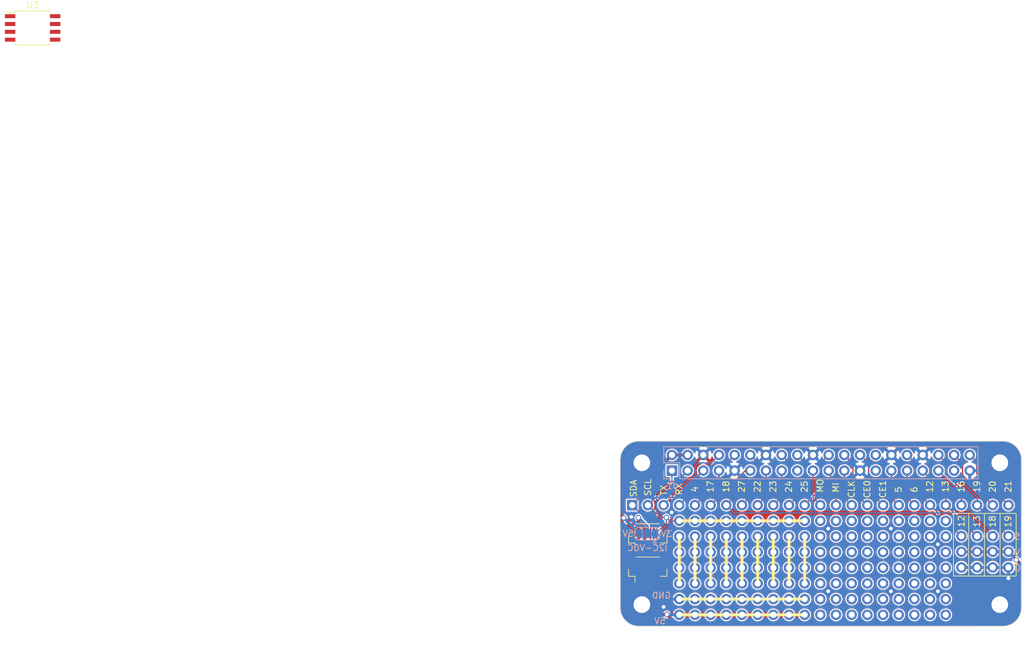
<source format=kicad_pcb>
(kicad_pcb (version 20221018) (generator pcbnew)
  (title_block (date "15 nov 2012"))
  (layers (0 "F.Cu" signal) (31 "B.Cu" signal) (34 "B.Paste" user) (35 "F.Paste" user) (36 "B.SilkS" user "B.Silkscreen") (37 "F.SilkS" user "F.Silkscreen") (38 "B.Mask" user) (39 "F.Mask" user) (44 "Edge.Cuts" user))
  (net 0 "")
  (net 1 "GND")
  (net 2 "/GPIO[2]{slash}SDA1")
  (net 3 "/GPIO[3]{slash}SCL1")
  (net 4 "/GPIO[4]{slash}GPCLK0")
  (net 5 "/GPIO[14]{slash}TXD0")
  (net 6 "/GPIO[15]{slash}RXD0")
  (net 7 "/GPIO[17]")
  (net 8 "/GPIO[18]{slash}PCM.CLK")
  (net 9 "/GPIO[27]")
  (net 10 "/GPIO[22]")
  (net 11 "/GPIO[23]")
  (net 12 "/GPIO26")
  (net 13 "/GPIO[24]")
  (net 14 "/GPIO[10]{slash}SPI0.MOSI")
  (net 15 "/GPIO[9]{slash}SPI0.MISO")
  (net 16 "/GPIO[25]")
  (net 17 "/GPIO[11]{slash}SPI0.SCLK")
  (net 18 "/GPIO[8]{slash}SPI0.CE0")
  (net 19 "/GPIO[7]{slash}SPI0.CE1")
  (net 20 "/ID_SDA")
  (net 21 "/ID_SCL")
  (net 22 "/GPIO[5]")
  (net 23 "/GPIO[6]")
  (net 24 "/GPIO[12]{slash}PWM0")
  (net 25 "/GPIO[13]{slash}PWM1")
  (net 26 "/GPIO[19]{slash}PCM.FS")
  (net 27 "/GPIO[16]")
  (net 28 "/GPIO[20]{slash}PCM.DIN")
  (net 29 "/GPIO[21]{slash}PCM.DOUT")
  (net 30 "+5V")
  (net 31 "+3V3")
  (net 32 "unconnected-(P1-Pin_1-Pad1)")
  (net 33 "unconnected-(P2-Pin_1-Pad1)")
  (net 34 "unconnected-(P3-Pin_1-Pad1)")
  (net 35 "unconnected-(P4-Pin_1-Pad1)")
  (net 36 "unconnected-(P5-Pin_1-Pad1)")
  (net 37 "unconnected-(P6-Pin_1-Pad1)")
  (net 38 "unconnected-(P7-Pin_1-Pad1)")
  (net 39 "unconnected-(P8-Pin_1-Pad1)")
  (net 40 "unconnected-(P9-Pin_1-Pad1)")
  (net 49 "/I2CVCC")
  (footprint "Mine2:ConnectedPads_01x04" (layer "F.Cu") (at 129.880337 93.066927 90)
    (fp_text reference "P9" hide)
    (fp_text value "Conn_01x01" hide)
  )
  (footprint "MountingHole:MountingHole_2.7mm_M2.5" (layer "F.Cu") (at 161.5 73.5)
    (fp_text reference "MH2" hide)
    (fp_text value "MountingHole_2.7mm_M2.5" hide)
  )
  (footprint "Connector_PinSocket_2.54mm:PinSocket_1x25_P2.54mm_Vertical" (layer "F.Cu") (at 101.940337 80.366927 90)
    (fp_text reference "J6" hide)
    (fp_text value "BO" hide)
  )
  (footprint "Connector_JST:JST_SH_BM04B-SRSS-TB_1x04-1MP_P1.00mm_Vertical" (layer "F.Cu") (at 104.445 85.395)
    (fp_text reference "J8" hide)
    (fp_text value "Conn_01x04_Female" hide)
  )
  (footprint "Mine2:ConnectedPads_01x04" (layer "F.Cu") (at 109.560337 93.066927 90)
    (fp_text reference "P1" hide)
    (fp_text value "Conn_01x01" hide)
  )
  (footprint "Mine2:NineConnectedPads" (layer "F.Cu") (at 109.560337 95.606927)
    (fp_text reference "J3" hide)
    (fp_text value "Conn_01x01" hide)
  )
  (footprint "Mine2:ConnectedPads_01x04" (layer "F.Cu") (at 114.640337 93.066927 90)
    (fp_text reference "P3" hide)
    (fp_text value "Conn_01x01" hide)
  )
  (footprint "Mine2:ConnectedPads_01x04" (layer "F.Cu") (at 119.720337 93.066927 90)
    (fp_text reference "P5" hide)
    (fp_text value "Conn_01x01" hide)
  )
  (footprint "Connector_JST:JST_SH_BM04B-SRSS-TB_1x04-1MP_P1.00mm_Vertical" (layer "F.Cu") (at 104.444747 90.799046)
    (fp_text reference "J9" hide)
    (fp_text value "Conn_01x04_Female" hide)
  )
  (footprint "Mine2:ConnectedPads_01x04" (layer "F.Cu") (at 112.100337 93.066927 90)
    (fp_text reference "P2" hide)
    (fp_text value "Conn_01x01" hide)
  )
  (footprint "Mine2:ConnectedPads_01x04" (layer "F.Cu") (at 122.260337 93.066927 90)
    (fp_text reference "P6" hide)
    (fp_text value "Conn_01x01" hide)
  )
  (footprint "Mine2:ProtoGrid_09x07" (layer "F.Cu") (at 132.420337 82.906927)
    (fp_text reference "REF**" hide)
    (fp_text value "ProtoGrid_09x07")
  )
  (footprint "MountingHole:MountingHole_2.7mm_M2.5" (layer "F.Cu") (at 103.5 96.5)
    (fp_text reference "MH3" hide)
    (fp_text value "MountingHole_2.7mm_M2.5" hide)
  )
  (footprint "Package_SO:SOIC-8W_5.3x5.3mm_P1.27mm" (layer "F.Cu") (at 4.775 2.975)
    (fp_text reference "U3")
    (fp_text value "ATtiny85-20S")
  )
  (footprint "MountingHole:MountingHole_2.7mm_M2.5" (layer "F.Cu") (at 103.5 73.5)
    (fp_text reference "MH1" hide)
    (fp_text value "MountingHole_2.7mm_M2.5" hide)
  )
  (footprint "Mine2:NineConnectedPads" (layer "F.Cu") (at 109.560337 82.906927)
    (fp_text reference "J4" hide)
    (fp_text value "Conn_01x01" hide)
  )
  (footprint "Mine2:FourServos" (layer "F.Cu") (at 162.900337 90.471869 180)
    (fp_text reference "U2" hide)
    (fp_text value "~" hide)
  )
  (footprint "MountingHole:MountingHole_2.7mm_M2.5" (layer "F.Cu") (at 161.5 96.5)
    (fp_text reference "MH4" hide)
    (fp_text value "MountingHole_2.7mm_M2.5" hide)
  )
  (footprint "Mine2:ConnectedPads_01x04" (layer "F.Cu") (at 117.180337 93.066927 90)
    (fp_text reference "P4" hide)
    (fp_text value "Conn_01x01" hide)
  )
  (footprint "Mine2:ConnectedPads_01x04" (layer "F.Cu") (at 127.340337 93.066927 90)
    (fp_text reference "P8" hide)
    (fp_text value "Conn_01x01" hide)
  )
  (footprint "Mine2:NineConnectedPads" (layer "F.Cu") (at 109.560337 98.146927)
    (fp_text reference "J2" hide)
    (fp_text value "Conn_01x01" hide)
  )
  (footprint "Mine2:ConnectedPads_01x04" (layer "F.Cu") (at 124.800337 93.066927 90)
    (fp_text reference "P7" hide)
    (fp_text value "Conn_01x01" hide)
  )
  (footprint "Connector_PinSocket_2.54mm:PinSocket_2x20_P2.54mm_Vertical" (layer "B.Cu") (at 108.37 74.77 -90)
    (fp_text reference "J1")
    (fp_text value "GPIO")
  )
  (footprint "Jumper:SolderJumper-3_P1.3mm_Bridged12_RoundedPad1.0x1.5mm" (layer "B.Cu") (at 104.391925 84.99344 180)
    (fp_text reference "JP2" hide)
    (fp_text value "SolderJumper_3_Bridged12")
  )
  (gr_line (start 153.994628 81.705688) (end 164.154628 81.705688) (stroke (width 0.12)) (layer "F.SilkS"))
  (gr_line (start 164.154628 91.865688) (end 153.994628 91.865688) (stroke (width 0.12)) (layer "F.SilkS"))
  (gr_line (start 161.543334 81.7204) (end 161.543334 91.8804) (stroke (width 0.12)) (layer "F.SilkS"))
  (gr_line (start 164.154628 81.705688) (end 164.154628 91.865688) (stroke (width 0.12)) (layer "F.SilkS"))
  (gr_line (start 153.994628 91.865688) (end 153.994628 81.705688) (stroke (width 0.12)) (layer "F.SilkS"))
  (gr_line (start 159.003334 81.7204) (end 159.003334 91.8804) (stroke (width 0.12)) (layer "F.SilkS"))
  (gr_line (start 156.463334 81.7204) (end 156.463334 91.8804) (stroke (width 0.12)) (layer "F.SilkS"))
  (gr_arc (start 162 70) (mid 164.12132 70.87868) (end 165 73) (stroke (width 0.1)) (layer "Edge.Cuts"))
  (gr_line (start 165 97) (end 165 73) (stroke (width 0.1)) (layer "Edge.Cuts"))
  (gr_line (start 100 73) (end 100 97) (stroke (width 0.1)) (layer "Edge.Cuts"))
  (gr_arc (start 103 100) (mid 100.87868 99.12132) (end 100 97) (stroke (width 0.1)) (layer "Edge.Cuts"))
  (gr_line (start 103 100) (end 162 100) (stroke (width 0.1)) (layer "Edge.Cuts"))
  (gr_arc (start 165 97) (mid 164.12132 99.12132) (end 162 100) (stroke (width 0.1)) (layer "Edge.Cuts"))
  (gr_arc (start 100 73) (mid 100.87868 70.87868) (end 103 70) (stroke (width 0.1)) (layer "Edge.Cuts"))
  (gr_line (start 162 70) (end 103 70) (stroke (width 0.1)) (layer "Edge.Cuts"))
  (gr_text "GND" (at 108.290337 95.606927) (layer "B.SilkS") (effects (font (size 1 1)) (justify left bottom mirror)))
  (gr_text "S" (at 164.873996 86.027925) (layer "B.SilkS") (effects (font (size 1 1)) (justify left bottom mirror)))
  (gr_text "G" (at 165.00254 91.166909) (layer "B.SilkS") (effects (font (size 1 1)) (justify left bottom mirror)))
  (gr_text "V" (at 164.889566 88.609589) (layer "B.SilkS") (effects (font (size 1 1)) (justify left bottom mirror)))
  (gr_text "I2C-VCC" (at 107.76098 87.882069) (layer "B.SilkS") (effects (font (size 1 1)) (justify left bottom mirror)))
  (gr_text "5V" (at 107.433152 99.741341) (layer "B.SilkS") (effects (font (size 1 1)) (justify left bottom mirror)))
  (gr_text "5V" (at 102.265096 85.562625) (layer "B.SilkS") (effects (font (size 1 1)) (justify left bottom mirror)))
  (gr_text "3V" (at 108.486442 85.605063) (layer "B.SilkS") (effects (font (size 1 1)) (justify left bottom mirror)))
  (gr_text "CLK" (at 137.465 77.775 90) (layer "F.SilkS") (effects (font (size 1 1))))
  (gr_text "17" (at 114.605 78.41 90) (layer "F.SilkS") (effects (font (size 1 1)) (justify left)))
  (gr_text "23" (at 124.765 78.41 90) (layer "F.SilkS") (effects (font (size 1 1)) (justify left)))
  (gr_text "12" (at 150.165 78.41 90) (layer "F.SilkS") (effects (font (size 1 1)) (justify left)))
  (gr_text "24" (at 127.305 78.41 90) (layer "F.SilkS") (effects (font (size 1 1)) (justify left)))
  (gr_text "25" (at 129.845 78.41 90) (layer "F.SilkS") (effects (font (size 1 1)) (justify left)))
  (gr_text "CE1" (at 142.545 77.775 90) (layer "F.SilkS") (effects (font (size 1 1))))
  (gr_text "5" (at 145.085 78.41 90) (layer "F.SilkS") (effects (font (size 1 1)) (justify left)))
  (gr_text "CE0" (at 140.005 77.775 90) (layer "F.SilkS") (effects (font (size 1 1))))
  (gr_text "12" (at 155.287134 84.027037 90) (layer "F.SilkS") (effects (font (size 1 1)) (justify left)))
  (gr_text "SCL" (at 104.479365 77.490534 90) (layer "F.SilkS") (effects (font (size 1 1))))
  (gr_text "18" (at 160.318945 84.062062 90) (layer "F.SilkS") (effects (font (size 1 1)) (justify left)))
  (gr_text "16" (at 155.245 78.41 90) (layer "F.SilkS") (effects (font (size 1 1)) (justify left)))
  (gr_text "6" (at 147.625 78.41 90) (layer "F.SilkS") (effects (font (size 1 1)) (justify left)))
  (gr_text "MO" (at 132.385 78.41 90) (layer "F.SilkS") (effects (font (size 1 1)) (justify left)))
  (gr_text "19" (at 162.840688 84.073736 90) (layer "F.SilkS") (effects (font (size 1 1)) (justify left)))
  (gr_text "TX" (at 107.05048 77.952531 90) (layer "F.SilkS") (effects (font (size 1 1))))
  (gr_text "19" (at 157.785 78.41 90) (layer "F.SilkS") (effects (font (size 1 1)) (justify left)))
  (gr_text "27" (at 119.685 78.41 90) (layer "F.SilkS") (effects (font (size 1 1)) (justify left)))
  (gr_text "13" (at 152.705 78.41 90) (layer "F.SilkS") (effects (font (size 1 1)) (justify left)))
  (gr_text "MI" (at 134.925 78.41 90) (layer "F.SilkS") (effects (font (size 1 1)) (justify left)))
  (gr_text "18" (at 117.145 78.41 90) (layer "F.SilkS") (effects (font (size 1 1)) (justify left)))
  (gr_text "RX" (at 109.525 77.775 90) (layer "F.SilkS") (effects (font (size 1 1))))
  (gr_text "21" (at 162.865 78.41 90) (layer "F.SilkS") (effects (font (size 1 1)) (justify left)))
  (gr_text "SDA" (at 102.149291 77.651229 90) (layer "F.SilkS") (effects (font (size 1 1))))
  (gr_text "4" (at 112.065 77.775 90) (layer "F.SilkS") (effects (font (size 1 1))))
  (gr_text "20" (at 160.325 78.41 90) (layer "F.SilkS") (effects (font (size 1 1)) (justify left)))
  (gr_text "22" (at 122.225 78.41 90) (layer "F.SilkS") (effects (font (size 1 1)) (justify left)))
  (gr_text "13" (at 157.785528 84.062062 90) (layer "F.SilkS") (effects (font (size 1 1)) (justify left)))
  (segment (start 113.45 72.23) (end 113.390071 72.23) (width 0.2) (layer "F.Cu") (net 1))
  (via (at 143.850337 84.176927) (size 0.9) (drill 0.6) (layers "F.Cu" "B.Cu") (net 1))
  (via (at 151.470337 86.716927) (size 0.9) (drill 0.6) (layers "F.Cu" "B.Cu") (net 1))
  (via (at 108.327288 81.54255) (size 0.9) (drill 0.6) (layers "F.Cu" "B.Cu") (net 1))
  (via (at 143.850337 94.336927) (size 0.9) (drill 0.6) (layers "F.Cu" "B.Cu") (net 1))
  (via (at 107.020337 96.876927) (size 0.9) (drill 0.6) (layers "F.Cu" "B.Cu") (net 1))
  (via (at 133.690337 84.176927) (size 0.9) (drill 0.6) (layers "F.Cu" "B.Cu") (net 1))
  (via (at 101.767049 82.260249) (size 0.9) (drill 0.6) (layers "F.Cu" "B.Cu") (net 1))
  (via (at 133.690337 94.336927) (size 0.9) (drill 0.6) (layers "F.Cu" "B.Cu") (net 1))
  (via (at 162.900337 92.231807) (size 0.9) (drill 0.6) (layers "F.Cu" "B.Cu") (net 1))
  (via (at 151.470337 94.336927) (size 0.9) (drill 0.6) (layers "F.Cu" "B.Cu") (net 1))
  (segment (start 155.245 90.475) (end 157.785 90.475) (width 0.5) (layer "B.Cu") (net 1))
  (segment (start 108.290337 95.606927) (end 107.020337 96.876927) (width 0.5) (layer "B.Cu") (net 1))
  (segment (start 129.880337 95.606927) (end 127.340337 95.606927) (width 0.5) (layer "B.Cu") (net 1))
  (segment (start 117.180337 95.606927) (end 114.640337 95.606927) (width 0.5) (layer "B.Cu") (net 1))
  (segment (start 160.325 90.475) (end 157.785 90.475) (width 0.5) (layer "B.Cu") (net 1))
  (segment (start 160.325 90.475) (end 162.865 90.475) (width 0.5) (layer "B.Cu") (net 1))
  (segment (start 114.640337 95.606927) (end 112.100337 95.606927) (width 0.5) (layer "B.Cu") (net 1))
  (segment (start 112.100337 95.606927) (end 109.560337 95.606927) (width 0.5) (layer "B.Cu") (net 1))
  (segment (start 124.800337 95.606927) (end 122.260337 95.606927) (width 0.5) (layer "B.Cu") (net 1))
  (segment (start 127.340337 95.606927) (end 124.800337 95.606927) (width 0.5) (layer "B.Cu") (net 1))
  (segment (start 119.720337 95.606927) (end 117.180337 95.606927) (width 0.5) (layer "B.Cu") (net 1))
  (segment (start 109.560337 95.606927) (end 108.290337 95.606927) (width 0.5) (layer "B.Cu") (net 1))
  (segment (start 122.260337 95.606927) (end 119.720337 95.606927) (width 0.5) (layer "B.Cu") (net 1))
  (segment (start 162.900337 90.471869) (end 162.900337 92.231807) (width 0.5) (layer "B.Cu") (net 1))
  (segment (start 106.933073 76.556927) (end 109.123073 76.556927) (width 0.2) (layer "F.Cu") (net 2))
  (segment (start 109.123073 76.556927) (end 110.91 74.77) (width 0.2) (layer "F.Cu") (net 2))
  (segment (start 103.897264 78.41) (end 105.08 78.41) (width 0.2) (layer "F.Cu") (net 2))
  (segment (start 101.940337 80.366927) (end 103.897264 78.41) (width 0.2) (layer "F.Cu") (net 2))
  (segment (start 104.945 86.72) (end 104.945 83.355) (width 0.2) (layer "F.Cu") (net 2))
  (segment (start 101.940337 80.366927) (end 101.940337 80.279663) (width 0.2) (layer "F.Cu") (net 2))
  (segment (start 104.944747 92.124046) (end 104.944747 86.720253) (width 0.2) (layer "F.Cu") (net 2))
  (segment (start 104.945 83.355) (end 101.956927 80.366927) (width 0.2) (layer "F.Cu") (net 2))
  (segment (start 104.944747 86.720253) (end 104.945 86.72) (width 0.2) (layer "F.Cu") (net 2))
  (segment (start 101.956927 80.366927) (end 101.940337 80.366927) (width 0.2) (layer "F.Cu") (net 2))
  (segment (start 105.08 78.41) (end 106.933073 76.556927) (width 0.2) (layer "F.Cu") (net 2))
  (segment (start 105.750337 82.906927) (end 105.750337 81.636927) (width 0.2) (layer "F.Cu") (net 3))
  (segment (start 105.945 83.10159) (end 105.750337 82.906927) (width 0.2) (layer "F.Cu") (net 3))
  (segment (start 105.750337 81.636927) (end 104.480337 80.366927) (width 0.2) (layer "F.Cu") (net 3))
  (segment (start 105.944747 86.720253) (end 105.945 86.72) (width 0.2) (layer "F.Cu") (net 3))
  (segment (start 105.750337 79.096927) (end 104.480337 80.366927) (width 0.2) (layer "F.Cu") (net 3))
  (segment (start 109.123073 79.096927) (end 105.750337 79.096927) (width 0.2) (layer "F.Cu") (net 3))
  (segment (start 105.944747 92.124046) (end 105.944747 86.720253) (width 0.2) (layer "F.Cu") (net 3))
  (segment (start 105.945 86.72) (end 105.945 83.10159) (width 0.2) (layer "F.Cu") (net 3))
  (segment (start 113.45 74.77) (end 109.123073 79.096927) (width 0.2) (layer "F.Cu") (net 3))
  (segment (start 112.100337 80.366927) (end 115.24 77.227264) (width 0.2) (layer "F.Cu") (net 4))
  (segment (start 115.24 77.14) (end 115.99 76.39) (width 0.2) (layer "F.Cu") (net 4))
  (segment (start 115.24 77.227264) (end 115.24 77.14) (width 0.2) (layer "F.Cu") (net 4))
  (segment (start 115.99 76.39) (end 115.99 74.77) (width 0.2) (layer "F.Cu") (net 4))
  (segment (start 114.716468 73.503532) (end 115.99 72.23) (width 0.2) (layer "B.Cu") (net 5))
  (segment (start 112.613732 73.503532) (end 114.716468 73.503532) (width 0.2) (layer "B.Cu") (net 5))
  (segment (start 107.020337 80.366927) (end 112.100337 75.286927) (width 0.2) (layer "B.Cu") (net 5))
  (segment (start 112.100337 75.286927) (end 112.100337 74.016927) (width 0.2) (layer "B.Cu") (net 5))
  (segment (start 112.100337 74.016927) (end 112.613732 73.503532) (width 0.2) (layer "B.Cu") (net 5))
  (segment (start 114.6 75.327264) (end 114.6 74.296283) (width 0.2) (layer "F.Cu") (net 6))
  (segment (start 109.560337 80.366927) (end 114.6 75.327264) (width 0.2) (layer "F.Cu") (net 6))
  (segment (start 115.406994 73.489289) (end 117.270711 73.489289) (width 0.2) (layer "F.Cu") (net 6))
  (segment (start 114.6 74.296283) (end 115.406994 73.489289) (width 0.2) (layer "F.Cu") (net 6))
  (segment (start 117.270711 73.489289) (end 118.53 72.23) (width 0.2) (layer "F.Cu") (net 6))
  (segment (start 120.237264 74.77) (end 121.07 74.77) (width 0.2) (layer "F.Cu") (net 7))
  (segment (start 114.640337 80.366927) (end 120.237264 74.77) (width 0.2) (layer "F.Cu") (net 7))
  (segment (start 117.180337 80.366927) (end 122.22 75.327264) (width 0.2) (layer "F.Cu") (net 8))
  (segment (start 122.22 75.327264) (end 122.22 73.38) (width 0.2) (layer "F.Cu") (net 8))
  (segment (start 122.22 73.38) (end 121.07 72.23) (width 0.2) (layer "F.Cu") (net 8))
  (segment (start 118.450337 81.636927) (end 117.180337 80.366927) (width 0.2) (layer "B.Cu") (net 8))
  (segment (start 156.605395 81.636927) (end 118.450337 81.636927) (width 0.2) (layer "B.Cu") (net 8))
  (segment (start 160.360337 85.391869) (end 156.605395 81.636927) (width 0.2) (layer "B.Cu") (net 8))
  (segment (start 122.86 77.227264) (end 122.86 77.14) (width 0.2) (layer "F.Cu") (net 9))
  (segment (start 123.61 76.39) (end 123.61 74.77) (width 0.2) (layer "F.Cu") (net 9))
  (segment (start 122.86 77.14) (end 123.61 76.39) (width 0.2) (layer "F.Cu") (net 9))
  (segment (start 119.720337 80.366927) (end 122.86 77.227264) (width 0.2) (layer "F.Cu") (net 9))
  (segment (start 126.15 76.477264) (end 126.15 74.77) (width 0.2) (layer "F.Cu") (net 10))
  (segment (start 122.260337 80.366927) (end 126.15 76.477264) (width 0.2) (layer "F.Cu") (net 10))
  (segment (start 127.3 77.867264) (end 127.3 73.38) (width 0.2) (layer "F.Cu") (net 11))
  (segment (start 127.3 73.38) (end 126.15 72.23) (width 0.2) (layer "F.Cu") (net 11))
  (segment (start 124.800337 80.366927) (end 127.3 77.867264) (width 0.2) (layer "F.Cu") (net 11))
  (segment (start 129.84 73.38) (end 128.69 72.23) (width 0.2) (layer "F.Cu") (net 13))
  (segment (start 129.84 77.867264) (end 129.84 73.38) (width 0.2) (layer "F.Cu") (net 13))
  (segment (start 127.340337 80.366927) (end 129.84 77.867264) (width 0.2) (layer "F.Cu") (net 13))
  (segment (start 132.420337 80.366927) (end 131.23 79.17659) (width 0.2) (layer "B.Cu") (net 14))
  (segment (start 131.23 79.17659) (end 131.23 74.77) (width 0.2) (layer "B.Cu") (net 14))
  (segment (start 133.77 75.35) (end 133.77 74.77) (width 0.2) (layer "F.Cu") (net 15))
  (segment (start 134.960337 76.540337) (end 133.77 75.35) (width 0.2) (layer "F.Cu") (net 15))
  (segment (start 134.960337 80.366927) (end 134.960337 76.540337) (width 0.2) (layer "F.Cu") (net 15))
  (segment (start 132.62 77.627264) (end 132.62 73.38) (width 0.2) (layer "F.Cu") (net 16))
  (segment (start 132.62 73.38) (end 133.77 72.23) (width 0.2) (layer "F.Cu") (net 16))
  (segment (start 129.880337 80.366927) (end 132.62 77.627264) (width 0.2) (layer "F.Cu") (net 16))
  (segment (start 137.500337 80.366927) (end 136.31 79.17659) (width 0.2) (layer "F.Cu") (net 17))
  (segment (start 136.31 79.17659) (end 136.31 74.77) (width 0.2) (layer "F.Cu") (net 17))
  (segment (start 137.7 73.62) (end 136.31 72.23) (width 0.2) (layer "F.Cu") (net 18))
  (segment (start 140.040337 80.366927) (end 137.7 78.02659) (width 0.2) (layer "F.Cu") (net 18))
  (segment (start 137.7 78.02659) (end 137.7 73.62) (width 0.2) (layer "F.Cu") (net 18))
  (segment (start 140.24 73.62) (end 138.85 72.23) (width 0.2) (layer "F.Cu") (net 19))
  (segment (start 142.580337 80.366927) (end 140.24 78.02659) (width 0.2) (layer "F.Cu") (net 19))
  (segment (start 140.24 78.02659) (end 140.24 73.62) (width 0.2) (layer "F.Cu") (net 19))
  (segment (start 143.93 79.17659) (end 143.93 74.77) (width 0.2) (layer "F.Cu") (net 22))
  (segment (start 145.120337 80.366927) (end 143.93 79.17659) (width 0.2) (layer "F.Cu") (net 22))
  (segment (start 147.660337 80.366927) (end 146.47 79.17659) (width 0.2) (layer "F.Cu") (net 23))
  (segment (start 146.47 79.17659) (end 146.47 74.77) (width 0.2) (layer "F.Cu") (net 23))
  (segment (start 154.095 84.245) (end 151.911346 84.245) (width 0.2) (layer "F.Cu") (net 24))
  (segment (start 151.470337 83.803991) (end 151.470337 81.636927) (width 0.2) (layer "F.Cu") (net 24))
  (segment (start 147.86 73.62) (end 146.47 72.23) (width 0.2) (layer "F.Cu") (net 24))
  (segment (start 147.86 78.02659) (end 147.86 73.62) (width 0.2) (layer "F.Cu") (net 24))
  (segment (start 155.245 85.395) (end 154.095 84.245) (width 0.2) (layer "F.Cu") (net 24))
  (segment (start 151.911346 84.245) (end 151.470337 83.803991) (width 0.2) (layer "F.Cu") (net 24))
  (segment (start 150.200337 80.366927) (end 147.86 78.02659) (width 0.2) (layer "F.Cu") (net 24))
  (segment (start 151.470337 81.636927) (end 150.200337 80.366927) (width 0.2) (layer "F.Cu") (net 24))
  (segment (start 152.756927 80.366927) (end 152.740337 80.366927) (width 0.2) (layer "F.Cu") (net 25))
  (segment (start 152.740337 78.500337) (end 149.01 74.77) (width 0.2) (layer "F.Cu") (net 25))
  (segment (start 157.785 85.395) (end 152.756927 80.366927) (width 0.2) (layer "F.Cu") (net 25))
  (segment (start 152.740337 80.366927) (end 152.740337 78.500337) (width 0.2) (layer "F.Cu") (net 25))
  (segment (start 162.865 85.395) (end 157.836927 80.366927) (width 0.2) (layer "F.Cu") (net 26))
  (segment (start 157.836927 80.366927) (end 157.820337 80.366927) (width 0.2) (layer "F.Cu") (net 26))
  (segment (start 153.92 77.14) (end 151.55 74.77) (width 0.2) (layer "B.Cu") (net 26))
  (segment (start 155.88 77.14) (end 153.92 77.14) (width 0.2) (layer "B.Cu") (net 26))
  (segment (start 157.820337 79.080337) (end 155.88 77.14) (width 0.2) (layer "B.Cu") (net 26))
  (segment (start 157.820337 80.366927) (end 157.820337 79.080337) (width 0.2) (layer "B.Cu") (net 26))
  (segment (start 155.280337 80.366927) (end 155.280337 77.810337) (width 0.2) (layer "F.Cu") (net 27))
  (segment (start 155.280337 77.810337) (end 152.7 75.23) (width 0.2) (layer "F.Cu") (net 27))
  (segment (start 152.7 75.23) (end 152.7 73.38) (width 0.2) (layer "F.Cu") (net 27))
  (segment (start 152.7 73.38) (end 151.55 72.23) (width 0.2) (layer "F.Cu") (net 27))
  (segment (start 160.360337 80.366927) (end 155.48 75.48659) (width 0.2) (layer "F.Cu") (net 28))
  (segment (start 155.48 73.62) (end 154.09 72.23) (width 0.2) (layer "F.Cu") (net 28))
  (segment (start 155.48 75.48659) (end 155.48 73.62) (width 0.2) (layer "F.Cu") (net 28))
  (segment (start 156.63 72.23) (end 157.78 73.38) (width 0.2) (layer "F.Cu") (net 29))
  (segment (start 157.78 75.24659) (end 162.900337 80.366927) (width 0.2) (layer "F.Cu") (net 29))
  (segment (start 157.78 73.38) (end 157.78 75.24659) (width 0.2) (layer "F.Cu") (net 29))
  (segment (start 101.27 77.14) (end 100.3 78.11) (width 0.5) (layer "F.Cu") (net 30))
  (segment (start 100.423342 91.226169) (end 100.423342 97.788959) (width 0.5) (layer "F.Cu") (net 30))
  (segment (start 108.37 72.23) (end 107.07 73.53) (width 0.5) (layer "F.Cu") (net 30))
  (segment (start 160.425217 93.131807) (end 163.27313 93.131807) (width 0.5) (layer "F.Cu") (net 30))
  (segment (start 100.3 82.18643) (end 100.543074 82.429504) (width 0.5) (layer "F.Cu") (net 30))
  (segment (start 158.42 98.73) (end 158.42 93.737264) (width 0.5) (layer "F.Cu") (net 30))
  (segment (start 101.940337 99.416927) (end 104.480337 99.416927) (width 0.5) (layer "F.Cu") (net 30))
  (segment (start 164.170337 89.256927) (end 164.170337 89.201869) (width 0.5) (layer "F.Cu") (net 30))
  (segment (start 164.658779 89.690311) (end 164.225395 89.256927) (width 0.5) (layer "F.Cu") (net 30))
  (segment (start 164.225395 89.256927) (end 164.170337 89.256927) (width 0.5) (layer "F.Cu") (net 30))
  (segment (start 109.164008 99.7) (end 157.45 99.7) (width 0.5) (layer "F.Cu") (net 30))
  (segment (start 103.897264 77.14) (end 101.27 77.14) (width 0.5) (layer "F.Cu") (net 30))
  (segment (start 110.91 72.23) (end 108.37 72.23) (width 0.5) (layer "F.Cu") (net 30))
  (segment (start 163.27313 93.131807) (end 164.658779 91.746158) (width 0.5) (layer "F.Cu") (net 30))
  (segment (start 160.360337 93.066927) (end 160.425217 93.131807) (width 0.5) (layer "F.Cu") (net 30))
  (segment (start 159.090337 93.066927) (end 160.360337 93.066927) (width 0.5) (layer "F.Cu") (net 30))
  (segment (start 100.423342 97.788959) (end 100.483075 97.959665) (width 0.5) (layer "F.Cu") (net 30))
  (segment (start 100.3 82.672578) (end 100.3 91.102827) (width 0.5) (layer "F.Cu") (net 30))
  (segment (start 105.801188 98.096076) (end 107.560084 98.096076) (width 0.5) (layer "F.Cu") (net 30))
  (segment (start 100.483075 97.959665) (end 101.940337 99.416927) (width 0.5) (layer "F.Cu") (net 30))
  (segment (start 158.42 93.737264) (end 159.090337 93.066927) (width 0.5) (layer "F.Cu") (net 30))
  (segment (start 100.543074 82.429504) (end 100.3 82.672578) (width 0.5) (layer "F.Cu") (net 30))
  (segment (start 157.45 99.7) (end 158.42 98.73) (width 0.5) (layer "F.Cu") (net 30))
  (segment (start 104.480337 99.416927) (end 105.801188 98.096076) (width 0.5) (layer "F.Cu") (net 30))
  (segment (start 100.3 91.102827) (end 100.423342 91.226169) (width 0.5) (layer "F.Cu") (net 30))
  (segment (start 107.07 73.967264) (end 103.897264 77.14) (width 0.5) (layer "F.Cu") (net 30))
  (segment (start 164.658779 91.746158) (end 164.658779 89.690311) (width 0.5) (layer "F.Cu") (net 30))
  (segment (start 107.07 73.53) (end 107.07 73.967264) (width 0.5) (layer "F.Cu") (net 30))
  (segment (start 100.3 78.11) (end 100.3 82.18643) (width 0.5) (layer "F.Cu") (net 30))
  (segment (start 107.560084 98.096076) (end 109.164008 99.7) (width 0.5) (layer "F.Cu") (net 30))
  (segment (start 107.62 98.03616) (end 107.560084 98.096076) (width 0.5) (layer "F.Cu") (net 30))
  (via (at 107.560084 98.096076) (size 0.9) (drill 0.6) (layers "F.Cu" "B.Cu") (net 30))
  (via (at 100.543074 82.429504) (size 0.9) (drill 0.6) (layers "F.Cu" "B.Cu") (net 30))
  (via (at 164.170337 89.256927) (size 0.9) (drill 0.6) (layers "F.Cu" "B.Cu") (net 30))
  (segment (start 112.100337 98.146927) (end 109.560337 98.146927) (width 0.5) (layer "B.Cu") (net 30))
  (segment (start 127.340337 98.146927) (end 124.800337 98.146927) (width 0.5) (layer "B.Cu") (net 30))
  (segment (start 100.543074 82.429504) (end 100.543074 82.444589) (width 0.5) (layer "B.Cu") (net 30))
  (segment (start 160.325 87.935) (end 162.865 87.935) (width 0.5) (layer "B.Cu") (net 30))
  (segment (start 129.880337 98.146927) (end 127.340337 98.146927) (width 0.5) (layer "B.Cu") (net 30))
  (segment (start 124.800337 98.146927) (end 122.260337 98.146927) (width 0.5) (layer "B.Cu") (net 30))
  (segment (start 164.170337 89.201869) (end 162.900337 87.931869) (width 0.5) (layer "B.Cu") (net 30))
  (segment (start 155.245 87.935) (end 157.785 87.935) (width 0.5) (layer "B.Cu") (net 30))
  (segment (start 117.180337 98.146927) (end 114.640337 98.146927) (width 0.5) (layer "B.Cu") (net 30))
  (segment (start 114.640337 98.146927) (end 112.100337 98.146927) (width 0.5) (layer "B.Cu") (net 30))
  (segment (start 119.720337 98.146927) (end 117.180337 98.146927) (width 0.5) (layer "B.Cu") (net 30))
  (segment (start 107.610935 98.146927) (end 107.560084 98.096076) (width 0.2) (layer "B.Cu") (net 30))
  (segment (start 100.543074 82.444589) (end 103.091925 84.99344) (width 0.5) (layer "B.Cu") (net 30))
  (segment (start 122.260337 98.146927) (end 119.720337 98.146927) (width 0.5) (layer "B.Cu") (net 30))
  (segment (start 109.560337 98.146927) (end 107.610935 98.146927) (width 0.5) (layer "B.Cu") (net 30))
  (segment (start 157.785 87.935) (end 160.325 87.935) (width 0.5) (layer "B.Cu") (net 30))
  (via (at 107.47704 82.362648) (size 0.9) (drill 0.6) (layers "F.Cu" "B.Cu") (net 31))
  (segment (start 114.640337 82.906927) (end 117.180337 82.906927) (width 0.2) (layer "B.Cu") (net 31))
  (segment (start 109.560337 82.906927) (end 112.100337 82.906927) (width 0.2) (layer "B.Cu") (net 31))
  (segment (start 107.47704 82.362648) (end 106.596058 82.362648) (width 0.2) (layer "B.Cu") (net 31))
  (segment (start 108.37 76.477264) (end 108.37 74.77) (width 0.2) (layer "B.Cu") (net 31))
  (segment (start 106.596058 82.362648) (end 105.870337 81.636927) (width 0.2) (layer "B.Cu") (net 31))
  (segment (start 127.340337 82.906927) (end 129.880337 82.906927) (width 0.2) (layer "B.Cu") (net 31))
  (segment (start 112.100337 82.906927) (end 114.640337 82.906927) (width 0.2) (layer "B.Cu") (net 31))
  (segment (start 109.560337 82.906927) (end 108.021319 82.906927) (width 0.2) (layer "B.Cu") (net 31))
  (segment (start 107.47704 83.720224) (end 107.020337 84.176927) (width 0.2) (layer "B.Cu") (net 31))
  (segment (start 107.389712 82.362648) (end 107.47704 82.362648) (width 0.2) (layer "B.Cu") (net 31))
  (segment (start 107.47704 82.362648) (end 107.47704 83.720224) (width 0.2) (layer "B.Cu") (net 31))
  (segment (start 107.020337 84.176927) (end 106.508438 84.176927) (width 0.2) (layer "B.Cu") (net 31))
  (segment (start 108.021319 82.906927) (end 107.47704 82.362648) (width 0.2) (layer "B.Cu") (net 31))
  (segment (start 106.508438 84.176927) (end 105.691925 84.99344) (width 0.2) (layer "B.Cu") (net 31))
  (segment (start 122.260337 82.906927) (end 124.800337 82.906927) (width 0.2) (layer "B.Cu") (net 31))
  (segment (start 124.800337 82.906927) (end 127.340337 82.906927) (width 0.2) (layer "B.Cu") (net 31))
  (segment (start 105.870337 78.976927) (end 108.37 76.477264) (width 0.2) (layer "B.Cu") (net 31))
  (segment (start 117.180337 82.906927) (end 119.720337 82.906927) (width 0.2) (layer "B.Cu") (net 31))
  (segment (start 119.720337 82.906927) (end 122.260337 82.906927) (width 0.2) (layer "B.Cu") (net 31))
  (segment (start 105.870337 81.636927) (end 105.870337 78.976927) (width 0.2) (layer "B.Cu") (net 31))
  (segment (start 109.525 87.935) (end 109.525 90.475) (width 0.2) (layer "B.Cu") (net 32))
  (segment (start 109.525 85.395) (end 109.525 87.935) (width 0.2) (layer "B.Cu") (net 32))
  (segment (start 109.525 90.475) (end 109.525 93.015) (width 0.2) (layer "B.Cu") (net 32))
  (segment (start 112.065 90.475) (end 112.065 93.015) (width 0.2) (layer "B.Cu") (net 33))
  (segment (start 112.065 85.395) (end 112.065 87.935) (width 0.2) (layer "B.Cu") (net 33))
  (segment (start 112.065 87.935) (end 112.065 90.475) (width 0.2) (layer "B.Cu") (net 33))
  (segment (start 114.605 90.475) (end 114.605 93.015) (width 0.2) (layer "B.Cu") (net 34))
  (segment (start 114.605 87.935) (end 114.605 90.475) (width 0.2) (layer "B.Cu") (net 34))
  (segment (start 114.605 85.395) (end 114.605 87.935) (width 0.2) (layer "B.Cu") (net 34))
  (segment (start 117.145 90.475) (end 117.145 93.015) (width 0.2) (layer "B.Cu") (net 35))
  (segment (start 117.145 87.935) (end 117.145 90.475) (width 0.2) (layer "B.Cu") (net 35))
  (segment (start 117.145 85.395) (end 117.145 87.935) (width 0.2) (layer "B.Cu") (net 35))
  (segment (start 119.685 85.395) (end 119.685 87.935) (width 0.2) (layer "B.Cu") (net 36))
  (segment (start 119.685 90.475) (end 119.685 93.015) (width 0.2) (layer "B.Cu") (net 36))
  (segment (start 119.685 87.935) (end 119.685 90.475) (width 0.2) (layer "B.Cu") (net 36))
  (segment (start 122.225 85.395) (end 122.225 87.935) (width 0.2) (layer "B.Cu") (net 37))
  (segment (start 122.225 90.475) (end 122.225 93.015) (width 0.2) (layer "B.Cu") (net 37))
  (segment (start 122.225 87.935) (end 122.225 90.475) (width 0.2) (layer "B.Cu") (net 37))
  (segment (start 124.765 87.935) (end 124.765 90.475) (width 0.2) (layer "B.Cu") (net 38))
  (segment (start 124.765 90.475) (end 124.765 93.015) (width 0.2) (layer "B.Cu") (net 38))
  (segment (start 124.765 85.395) (end 124.765 87.935) (width 0.2) (layer "B.Cu") (net 38))
  (segment (start 127.305 87.935) (end 127.305 90.475) (width 0.2) (layer "B.Cu") (net 39))
  (segment (start 127.305 85.395) (end 127.305 87.935) (width 0.2) (layer "B.Cu") (net 39))
  (segment (start 127.305 90.475) (end 127.305 93.015) (width 0.2) (layer "B.Cu") (net 39))
  (segment (start 129.845 87.935) (end 129.845 90.475) (width 0.2) (layer "B.Cu") (net 40))
  (segment (start 129.845 90.475) (end 129.845 93.015) (width 0.2) (layer "B.Cu") (net 40))
  (segment (start 129.845 85.395) (end 129.845 87.935) (width 0.2) (layer "B.Cu") (net 40))
  (segment (start 102.930133 82.400088) (end 102.930133 83.16206) (width 0.5) (layer "F.Cu") (net 49))
  (segment (start 103.944747 86.720253) (end 103.945 86.72) (width 0.2) (layer "F.Cu") (net 49))
  (segment (start 103.945 84.176927) (end 103.945 86.72) (width 0.5) (layer "F.Cu") (net 49))
  (segment (start 103.944747 92.124046) (end 103.944747 86.720253) (width 0.5) (layer "F.Cu") (net 49))
  (segment (start 102.930133 83.16206) (end 103.945 84.176927) (width 0.5) (layer "F.Cu") (net 49))
  (via (at 102.930133 82.400088) (size 0.9) (drill 0.6) (layers "F.Cu" "B.Cu") (net 49))
  (segment (start 104.391925 84.99344) (end 104.391925 83.86188) (width 0.5) (layer "B.Cu") (net 49))
  (segment (start 104.391925 83.86188) (end 102.930133 82.400088) (width 0.5) (layer "B.Cu") (net 49))
  (zone locked (net 0) (net_name "") (layers "F&B.Cu") (name "NoFillCircle") (connect_pads (clearance 0)) (min_thickness 0.25)
    (keepout (tracks allowed) (vias allowed) (pads allowed) (copperpour not_allowed) (footprints allowed))
    (fill (thermal_gap 0.5) (thermal_bridge_width 0.5))
    (polygon (pts (xy 130.982617 95.616908) (xy 130.963887 95.414784) (xy 130.908336 95.219542) (xy 130.817856 95.037833) (xy 130.695527 94.875843) (xy 130.545515 94.739089) (xy 130.372929 94.632228) (xy 130.183646 94.5589) (xy 129.984112 94.5216) (xy 129.781122 94.5216) (xy 129.581588 94.5589) (xy 129.392305 94.632228) (xy 129.219719 94.739089) (xy 129.069707 94.875843) (xy 128.947378 95.037833) (xy 128.856898 95.219542) (xy 128.801347 95.414784) (xy 128.782617 95.616908) (xy 128.801347 95.819032) (xy 128.856898 96.014274) (xy 128.947378 96.195983) (xy 129.069707 96.357973) (xy 129.219719 96.494727) (xy 129.392305 96.601588) (xy 129.581588 96.674916) (xy 129.781122 96.712216) (xy 129.984112 96.712216) (xy 130.183646 96.674916) (xy 130.372929 96.601588) (xy 130.545515 96.494727) (xy 130.695527 96.357973) (xy 130.817856 96.195983) (xy 130.908336 96.014274) (xy 130.963887 95.819032) (xy 130.982617 95.616908)))
  )
  (zone locked (net 0) (net_name "") (layers "F&B.Cu") (name "NoFillCircle") (connect_pads (clearance 0)) (min_thickness 0.25)
    (keepout (tracks allowed) (vias allowed) (pads allowed) (copperpour not_allowed) (footprints allowed))
    (fill (thermal_gap 0.5) (thermal_bridge_width 0.5))
    (polygon (pts (xy 115.742617 95.616908) (xy 115.723887 95.414784) (xy 115.668336 95.219542) (xy 115.577856 95.037833) (xy 115.455527 94.875843) (xy 115.305515 94.739089) (xy 115.132929 94.632228) (xy 114.943646 94.5589) (xy 114.744112 94.5216) (xy 114.541122 94.5216) (xy 114.341588 94.5589) (xy 114.152305 94.632228) (xy 113.979719 94.739089) (xy 113.829707 94.875843) (xy 113.707378 95.037833) (xy 113.616898 95.219542) (xy 113.561347 95.414784) (xy 113.542617 95.616908) (xy 113.561347 95.819032) (xy 113.616898 96.014274) (xy 113.707378 96.195983) (xy 113.829707 96.357973) (xy 113.979719 96.494727) (xy 114.152305 96.601588) (xy 114.341588 96.674916) (xy 114.541122 96.712216) (xy 114.744112 96.712216) (xy 114.943646 96.674916) (xy 115.132929 96.601588) (xy 115.305515 96.494727) (xy 115.455527 96.357973) (xy 115.577856 96.195983) (xy 115.668336 96.014274) (xy 115.723887 95.819032) (xy 115.742617 95.616908)))
  )
  (zone locked (net 0) (net_name "") (layers "F&B.Cu") (name "NoFillCircle") (connect_pads (clearance 0)) (min_thickness 0.25)
    (keepout (tracks allowed) (vias allowed) (pads allowed) (copperpour not_allowed) (footprints allowed))
    (fill (thermal_gap 0.5) (thermal_bridge_width 0.5))
    (polygon (pts (xy 123.362617 95.616908) (xy 123.343887 95.414784) (xy 123.288336 95.219542) (xy 123.197856 95.037833) (xy 123.075527 94.875843) (xy 122.925515 94.739089) (xy 122.752929 94.632228) (xy 122.563646 94.5589) (xy 122.364112 94.5216) (xy 122.161122 94.5216) (xy 121.961588 94.5589) (xy 121.772305 94.632228) (xy 121.599719 94.739089) (xy 121.449707 94.875843) (xy 121.327378 95.037833) (xy 121.236898 95.219542) (xy 121.181347 95.414784) (xy 121.162617 95.616908) (xy 121.181347 95.819032) (xy 121.236898 96.014274) (xy 121.327378 96.195983) (xy 121.449707 96.357973) (xy 121.599719 96.494727) (xy 121.772305 96.601588) (xy 121.961588 96.674916) (xy 122.161122 96.712216) (xy 122.364112 96.712216) (xy 122.563646 96.674916) (xy 122.752929 96.601588) (xy 122.925515 96.494727) (xy 123.075527 96.357973) (xy 123.197856 96.195983) (xy 123.288336 96.014274) (xy 123.343887 95.819032) (xy 123.362617 95.616908)))
  )
  (zone locked (net 0) (net_name "") (layers "F&B.Cu") (name "NoFillCircle") (connect_pads (clearance 0)) (min_thickness 0.25)
    (keepout (tracks allowed) (vias allowed) (pads allowed) (copperpour not_allowed) (footprints allowed))
    (fill (thermal_gap 0.5) (thermal_bridge_width 0.5))
    (polygon (pts (xy 113.202617 95.616908) (xy 113.183887 95.414784) (xy 113.128336 95.219542) (xy 113.037856 95.037833) (xy 112.915527 94.875843) (xy 112.765515 94.739089) (xy 112.592929 94.632228) (xy 112.403646 94.5589) (xy 112.204112 94.5216) (xy 112.001122 94.5216) (xy 111.801588 94.5589) (xy 111.612305 94.632228) (xy 111.439719 94.739089) (xy 111.289707 94.875843) (xy 111.167378 95.037833) (xy 111.076898 95.219542) (xy 111.021347 95.414784) (xy 111.002617 95.616908) (xy 111.021347 95.819032) (xy 111.076898 96.014274) (xy 111.167378 96.195983) (xy 111.289707 96.357973) (xy 111.439719 96.494727) (xy 111.612305 96.601588) (xy 111.801588 96.674916) (xy 112.001122 96.712216) (xy 112.204112 96.712216) (xy 112.403646 96.674916) (xy 112.592929 96.601588) (xy 112.765515 96.494727) (xy 112.915527 96.357973) (xy 113.037856 96.195983) (xy 113.128336 96.014274) (xy 113.183887 95.819032) (xy 113.202617 95.616908)))
  )
  (zone (net 1) (net_name "GND") (layers "F&B.Cu") (connect_pads (clearance 0)) (min_thickness 0.25) (fill yes (thermal_gap 0.5) (thermal_bridge_width 0.5))
    (polygon (pts (xy 99.400337 68.936927) (xy 165.440337 68.936927) (xy 165.440337 100.686927) (xy 99.400337 100.686927)))
  )
  (zone locked (net 0) (net_name "") (layers "F&B.Cu") (name "NoFillCircle") (connect_pads (clearance 0)) (min_thickness 0.25)
    (keepout (tracks allowed) (vias allowed) (pads allowed) (copperpour not_allowed) (footprints allowed))
    (fill (thermal_gap 0.5) (thermal_bridge_width 0.5))
    (polygon (pts (xy 118.282617 95.616908) (xy 118.263887 95.414784) (xy 118.208336 95.219542) (xy 118.117856 95.037833) (xy 117.995527 94.875843) (xy 117.845515 94.739089) (xy 117.672929 94.632228) (xy 117.483646 94.5589) (xy 117.284112 94.5216) (xy 117.081122 94.5216) (xy 116.881588 94.5589) (xy 116.692305 94.632228) (xy 116.519719 94.739089) (xy 116.369707 94.875843) (xy 116.247378 95.037833) (xy 116.156898 95.219542) (xy 116.101347 95.414784) (xy 116.082617 95.616908) (xy 116.101347 95.819032) (xy 116.156898 96.014274) (xy 116.247378 96.195983) (xy 116.369707 96.357973) (xy 116.519719 96.494727) (xy 116.692305 96.601588) (xy 116.881588 96.674916) (xy 117.081122 96.712216) (xy 117.284112 96.712216) (xy 117.483646 96.674916) (xy 117.672929 96.601588) (xy 117.845515 96.494727) (xy 117.995527 96.357973) (xy 118.117856 96.195983) (xy 118.208336 96.014274) (xy 118.263887 95.819032) (xy 118.282617 95.616908)))
  )
  (zone locked (net 0) (net_name "") (layers "F&B.Cu") (name "NoFillCircle") (connect_pads (clearance 0)) (min_thickness 0.25)
    (keepout (tracks allowed) (vias allowed) (pads allowed) (copperpour not_allowed) (footprints allowed))
    (fill (thermal_gap 0.5) (thermal_bridge_width 0.5))
    (polygon (pts (xy 156.380337 90.471869) (xy 156.361607 90.269745) (xy 156.306056 90.074503) (xy 156.215576 89.892794) (xy 156.093247 89.730804) (xy 155.943235 89.59405) (xy 155.770649 89.487189) (xy 155.581366 89.413861) (xy 155.381832 89.376561) (xy 155.178842 89.376561) (xy 154.979308 89.413861) (xy 154.790025 89.487189) (xy 154.617439 89.59405) (xy 154.467427 89.730804) (xy 154.345098 89.892794) (xy 154.254618 90.074503) (xy 154.199067 90.269745) (xy 154.180337 90.471869) (xy 154.199067 90.673993) (xy 154.254618 90.869235) (xy 154.345098 91.050944) (xy 154.467427 91.212934) (xy 154.617439 91.349688) (xy 154.790025 91.456549) (xy 154.979308 91.529877) (xy 155.178842 91.567177) (xy 155.381832 91.567177) (xy 155.581366 91.529877) (xy 155.770649 91.456549) (xy 155.943235 91.349688) (xy 156.093247 91.212934) (xy 156.215576 91.050944) (xy 156.306056 90.869235) (xy 156.361607 90.673993) (xy 156.380337 90.471869)))
  )
  (zone locked (net 0) (net_name "") (layers "F&B.Cu") (name "NoFillCircle") (connect_pads (clearance 0)) (min_thickness 0.25)
    (keepout (tracks allowed) (vias allowed) (pads allowed) (copperpour not_allowed) (footprints allowed))
    (fill (thermal_gap 0.5) (thermal_bridge_width 0.5))
    (polygon (pts (xy 161.460337 90.471869) (xy 161.441607 90.269745) (xy 161.386056 90.074503) (xy 161.295576 89.892794) (xy 161.173247 89.730804) (xy 161.023235 89.59405) (xy 160.850649 89.487189) (xy 160.661366 89.413861) (xy 160.461832 89.376561) (xy 160.258842 89.376561) (xy 160.059308 89.413861) (xy 159.870025 89.487189) (xy 159.697439 89.59405) (xy 159.547427 89.730804) (xy 159.425098 89.892794) (xy 159.334618 90.074503) (xy 159.279067 90.269745) (xy 159.260337 90.471869) (xy 159.279067 90.673993) (xy 159.334618 90.869235) (xy 159.425098 91.050944) (xy 159.547427 91.212934) (xy 159.697439 91.349688) (xy 159.870025 91.456549) (xy 160.059308 91.529877) (xy 160.258842 91.567177) (xy 160.461832 91.567177) (xy 160.661366 91.529877) (xy 160.850649 91.456549) (xy 161.023235 91.349688) (xy 161.173247 91.212934) (xy 161.295576 91.050944) (xy 161.386056 90.869235) (xy 161.441607 90.673993) (xy 161.460337 90.471869)))
  )
  (zone locked (net 0) (net_name "") (layers "F&B.Cu") (name "NoFillCircle") (connect_pads (clearance 0)) (min_thickness 0.25)
    (keepout (tracks allowed) (vias allowed) (pads allowed) (copperpour not_allowed) (footprints allowed))
    (fill (thermal_gap 0.5) (thermal_bridge_width 0.5))
    (polygon (pts (xy 164.003991 90.478737) (xy 163.985261 90.276613) (xy 163.92971 90.081371) (xy 163.83923 89.899662) (xy 163.716901 89.737672) (xy 163.566889 89.600918) (xy 163.394303 89.494057) (xy 163.20502 89.420729) (xy 163.005486 89.383429) (xy 162.802496 89.383429) (xy 162.602962 89.420729) (xy 162.413679 89.494057) (xy 162.241093 89.600918) (xy 162.091081 89.737672) (xy 161.968752 89.899662) (xy 161.878272 90.081371) (xy 161.822721 90.276613) (xy 161.803991 90.478737) (xy 161.822721 90.680861) (xy 161.878272 90.876103) (xy 161.968752 91.057812) (xy 162.091081 91.219802) (xy 162.241093 91.356556) (xy 162.413679 91.463417) (xy 162.602962 91.536745) (xy 162.802496 91.574045) (xy 163.005486 91.574045) (xy 163.20502 91.536745) (xy 163.394303 91.463417) (xy 163.566889 91.356556) (xy 163.716901 91.219802) (xy 163.83923 91.057812) (xy 163.92971 90.876103) (xy 163.985261 90.680861) (xy 164.003991 90.478737)))
  )
  (zone locked (net 0) (net_name "") (layers "F&B.Cu") (name "NoFillCircle") (connect_pads (clearance 0)) (min_thickness 0.25)
    (keepout (tracks allowed) (vias allowed) (pads allowed) (copperpour not_allowed) (footprints allowed))
    (fill (thermal_gap 0.5) (thermal_bridge_width 0.5))
    (polygon (pts (xy 120.822617 95.616908) (xy 120.803887 95.414784) (xy 120.748336 95.219542) (xy 120.657856 95.037833) (xy 120.535527 94.875843) (xy 120.385515 94.739089) (xy 120.212929 94.632228) (xy 120.023646 94.5589) (xy 119.824112 94.5216) (xy 119.621122 94.5216) (xy 119.421588 94.5589) (xy 119.232305 94.632228) (xy 119.059719 94.739089) (xy 118.909707 94.875843) (xy 118.787378 95.037833) (xy 118.696898 95.219542) (xy 118.641347 95.414784) (xy 118.622617 95.616908) (xy 118.641347 95.819032) (xy 118.696898 96.014274) (xy 118.787378 96.195983) (xy 118.909707 96.357973) (xy 119.059719 96.494727) (xy 119.232305 96.601588) (xy 119.421588 96.674916) (xy 119.621122 96.712216) (xy 119.824112 96.712216) (xy 120.023646 96.674916) (xy 120.212929 96.601588) (xy 120.385515 96.494727) (xy 120.535527 96.357973) (xy 120.657856 96.195983) (xy 120.748336 96.014274) (xy 120.803887 95.819032) (xy 120.822617 95.616908)))
  )
  (zone locked (net 0) (net_name "") (layers "F&B.Cu") (name "NoFillCircle") (connect_pads (clearance 0)) (min_thickness 0.25)
    (keepout (tracks allowed) (vias allowed) (pads allowed) (copperpour not_allowed) (footprints allowed))
    (fill (thermal_gap 0.5) (thermal_bridge_width 0.5))
    (polygon (pts (xy 125.902617 95.616908) (xy 125.883887 95.414784) (xy 125.828336 95.219542) (xy 125.737856 95.037833) (xy 125.615527 94.875843) (xy 125.465515 94.739089) (xy 125.292929 94.632228) (xy 125.103646 94.5589) (xy 124.904112 94.5216) (xy 124.701122 94.5216) (xy 124.501588 94.5589) (xy 124.312305 94.632228) (xy 124.139719 94.739089) (xy 123.989707 94.875843) (xy 123.867378 95.037833) (xy 123.776898 95.219542) (xy 123.721347 95.414784) (xy 123.702617 95.616908) (xy 123.721347 95.819032) (xy 123.776898 96.014274) (xy 123.867378 96.195983) (xy 123.989707 96.357973) (xy 124.139719 96.494727) (xy 124.312305 96.601588) (xy 124.501588 96.674916) (xy 124.701122 96.712216) (xy 124.904112 96.712216) (xy 125.103646 96.674916) (xy 125.292929 96.601588) (xy 125.465515 96.494727) (xy 125.615527 96.357973) (xy 125.737856 96.195983) (xy 125.828336 96.014274) (xy 125.883887 95.819032) (xy 125.902617 95.616908)))
  )
  (zone locked (net 0) (net_name "") (layers "F&B.Cu") (name "NoFillCircle") (connect_pads (clearance 0)) (min_thickness 0.25)
    (keepout (tracks allowed) (vias allowed) (pads allowed) (copperpour not_allowed) (footprints allowed))
    (fill (thermal_gap 0.5) (thermal_bridge_width 0.5))
    (polygon (pts (xy 110.662617 95.616908) (xy 110.643887 95.414784) (xy 110.588336 95.219542) (xy 110.497856 95.037833) (xy 110.375527 94.875843) (xy 110.225515 94.739089) (xy 110.052929 94.632228) (xy 109.863646 94.5589) (xy 109.664112 94.5216) (xy 109.461122 94.5216) (xy 109.261588 94.5589) (xy 109.072305 94.632228) (xy 108.899719 94.739089) (xy 108.749707 94.875843) (xy 108.627378 95.037833) (xy 108.536898 95.219542) (xy 108.481347 95.414784) (xy 108.462617 95.616908) (xy 108.481347 95.819032) (xy 108.536898 96.014274) (xy 108.627378 96.195983) (xy 108.749707 96.357973) (xy 108.899719 96.494727) (xy 109.072305 96.601588) (xy 109.261588 96.674916) (xy 109.461122 96.712216) (xy 109.664112 96.712216) (xy 109.863646 96.674916) (xy 110.052929 96.601588) (xy 110.225515 96.494727) (xy 110.375527 96.357973) (xy 110.497856 96.195983) (xy 110.588336 96.014274) (xy 110.643887 95.819032) (xy 110.662617 95.616908)))
  )
  (zone locked (net 0) (net_name "") (layers "F&B.Cu") (name "NoFillCircle") (connect_pads (clearance 0)) (min_thickness 0.25)
    (keepout (tracks allowed) (vias allowed) (pads allowed) (copperpour not_allowed) (footprints allowed))
    (fill (thermal_gap 0.5) (thermal_bridge_width 0.5))
    (polygon (pts (xy 128.442617 95.616908) (xy 128.423887 95.414784) (xy 128.368336 95.219542) (xy 128.277856 95.037833) (xy 128.155527 94.875843) (xy 128.005515 94.739089) (xy 127.832929 94.632228) (xy 127.643646 94.5589) (xy 127.444112 94.5216) (xy 127.241122 94.5216) (xy 127.041588 94.5589) (xy 126.852305 94.632228) (xy 126.679719 94.739089) (xy 126.529707 94.875843) (xy 126.407378 95.037833) (xy 126.316898 95.219542) (xy 126.261347 95.414784) (xy 126.242617 95.616908) (xy 126.261347 95.819032) (xy 126.316898 96.014274) (xy 126.407378 96.195983) (xy 126.529707 96.357973) (xy 126.679719 96.494727) (xy 126.852305 96.601588) (xy 127.041588 96.674916) (xy 127.241122 96.712216) (xy 127.444112 96.712216) (xy 127.643646 96.674916) (xy 127.832929 96.601588) (xy 128.005515 96.494727) (xy 128.155527 96.357973) (xy 128.277856 96.195983) (xy 128.368336 96.014274) (xy 128.423887 95.819032) (xy 128.442617 95.616908)))
  )
  (zone locked (net 0) (net_name "") (layers "F&B.Cu") (name "NoFillCircle") (connect_pads (clearance 0)) (min_thickness 0.25)
    (keepout (tracks allowed) (vias allowed) (pads allowed) (copperpour not_allowed) (footprints allowed))
    (fill (thermal_gap 0.5) (thermal_bridge_width 0.5))
    (polygon (pts (xy 158.920337 90.471869) (xy 158.901607 90.269745) (xy 158.846056 90.074503) (xy 158.755576 89.892794) (xy 158.633247 89.730804) (xy 158.483235 89.59405) (xy 158.310649 89.487189) (xy 158.121366 89.413861) (xy 157.921832 89.376561) (xy 157.718842 89.376561) (xy 157.519308 89.413861) (xy 157.330025 89.487189) (xy 157.157439 89.59405) (xy 157.007427 89.730804) (xy 156.885098 89.892794) (xy 156.794618 90.074503) (xy 156.739067 90.269745) (xy 156.720337 90.471869) (xy 156.739067 90.673993) (xy 156.794618 90.869235) (xy 156.885098 91.050944) (xy 157.007427 91.212934) (xy 157.157439 91.349688) (xy 157.330025 91.456549) (xy 157.519308 91.529877) (xy 157.718842 91.567177) (xy 157.921832 91.567177) (xy 158.121366 91.529877) (xy 158.310649 91.456549) (xy 158.483235 91.349688) (xy 158.633247 91.212934) (xy 158.755576 91.050944) (xy 158.846056 90.869235) (xy 158.901607 90.673993) (xy 158.920337 90.471869)))
  )
)
</source>
